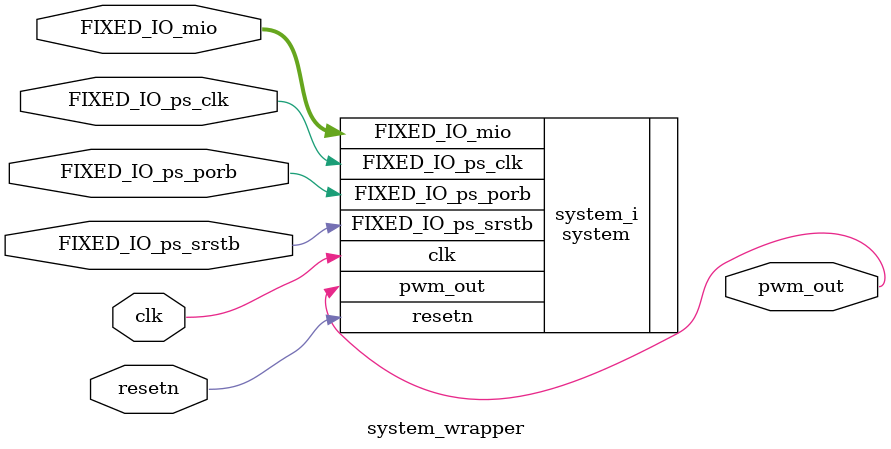
<source format=v>
`timescale 1 ps / 1 ps

module system_wrapper
   (FIXED_IO_mio,
    FIXED_IO_ps_clk,
    FIXED_IO_ps_porb,
    FIXED_IO_ps_srstb,
    clk,
    pwm_out,
    resetn);
  inout [53:0]FIXED_IO_mio;
  inout FIXED_IO_ps_clk;
  inout FIXED_IO_ps_porb;
  inout FIXED_IO_ps_srstb;
  input clk;
  output pwm_out;
  input resetn;

  wire [53:0]FIXED_IO_mio;
  wire FIXED_IO_ps_clk;
  wire FIXED_IO_ps_porb;
  wire FIXED_IO_ps_srstb;
  wire clk;
  wire pwm_out;
  wire resetn;

  system system_i
       (.FIXED_IO_mio(FIXED_IO_mio),
        .FIXED_IO_ps_clk(FIXED_IO_ps_clk),
        .FIXED_IO_ps_porb(FIXED_IO_ps_porb),
        .FIXED_IO_ps_srstb(FIXED_IO_ps_srstb),
        .clk(clk),
        .pwm_out(pwm_out),
        .resetn(resetn));
endmodule

</source>
